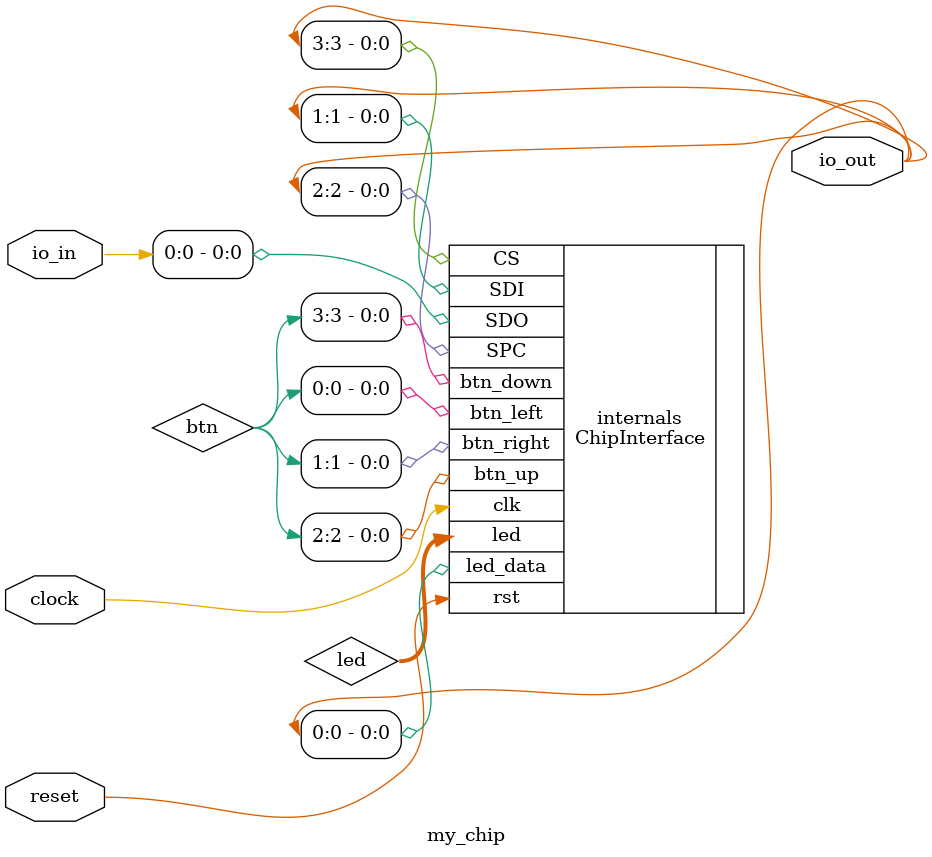
<source format=v>
`default_nettype none
module my_chip (
	io_in,
	io_out,
	clock,
	reset
);
	input wire [11:0] io_in;
	output wire [11:0] io_out;
	input wire clock;
	input wire reset;
	wire [7:0] led;
	wire [3:0] btn;
	ChipInterface internals(
		.led_data(io_out[0]),
		.led(led),
		.SDI(io_out[1]),
		.SPC(io_out[2]),
		.CS(io_out[3]),
		.SDO(io_in[0]),
		.btn_left(btn[0]),
		.btn_right(btn[1]),
		.btn_up(btn[2]),
		.btn_down(btn[3]),
		.rst(reset),
		.clk(clock)
	);
endmodule

</source>
